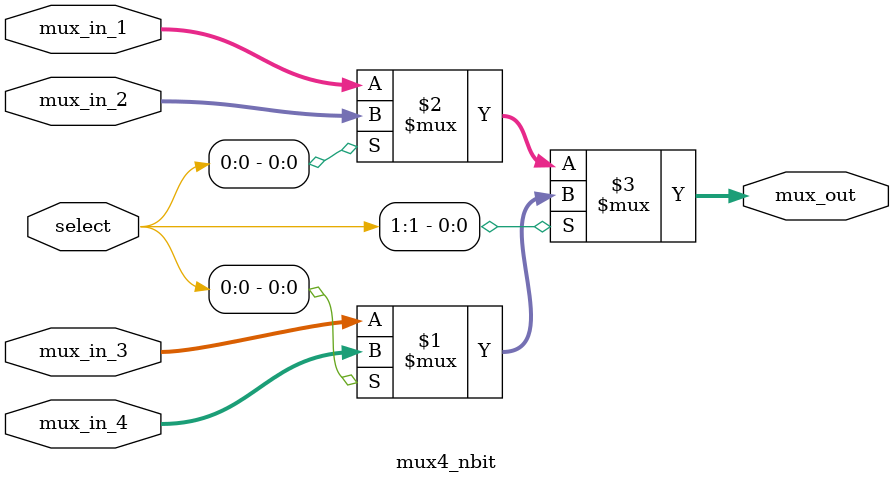
<source format=v>
module mux4_nbit #(
    parameter MuxWidth = 16
)(
    input wire   [1:0]          select,
    input wire   [MuxWidth-1:0] mux_in_1,
    input wire   [MuxWidth-1:0] mux_in_2,
    input wire   [MuxWidth-1:0] mux_in_3,
    input wire   [MuxWidth-1:0] mux_in_4,
    
    output wire  [MuxWidth-1:0] mux_out
);

   assign mux_out = select[1] ? (select[0] ? mux_in_4 : mux_in_3) : (select[0] ? mux_in_2 : mux_in_1);

endmodule
</source>
